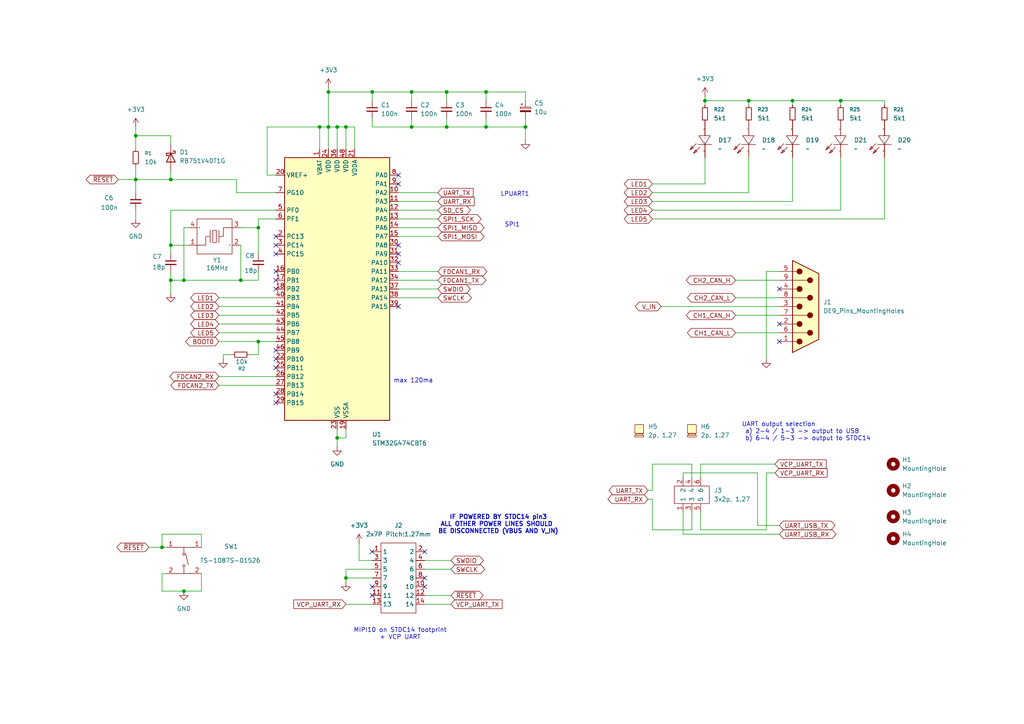
<source format=kicad_sch>
(kicad_sch (version 20250114) (generator "eeschema") (generator_version "9.0")
  (paper "A4")
  (title_block (title "Dual Channel CAN Logger") (rev "1.1"))
  (lib_symbols
    (symbol "Connector:DE9_Pins" (pin_names (offset 1.016) (hide yes))
      (property "Reference" "J" (at 0 13.97 0))
      (property "Value" "DE9_Pins" (at 0 -14.605 0))
      (symbol "DE9_Pins_0_1"
        (polyline (pts (xy -3.81 10.16) (xy -2.54 10.16)))
        (polyline (pts (xy -3.81 7.62) (xy 0.508 7.62)))
        (polyline (pts (xy -3.81 5.08) (xy -2.54 5.08)))
        (polyline (pts (xy -3.81 2.54) (xy 0.508 2.54)))
        (polyline (pts (xy -3.81 0) (xy -2.54 0)))
        (polyline (pts (xy -3.81 -2.54) (xy 0.508 -2.54)))
        (polyline (pts (xy -3.81 -5.08) (xy -2.54 -5.08)))
        (polyline (pts (xy -3.81 -7.62) (xy 0.508 -7.62)))
        (polyline (pts (xy -3.81 -10.16) (xy -2.54 -10.16)))
        (polyline (pts (xy -3.81 -13.335) (xy -3.81 13.335) (xy 3.81 9.525) (xy 3.81 -9.525) (xy -3.81 -13.335)) (stroke (width 0.254)) (fill (type background)))
        (circle (center -1.778 10.16) (radius 0.762) (fill (type outline)))
        (circle (center -1.778 5.08) (radius 0.762) (fill (type outline)))
        (circle (center -1.778 0) (radius 0.762) (fill (type outline)))
        (circle (center -1.778 -5.08) (radius 0.762) (fill (type outline)))
        (circle (center -1.778 -10.16) (radius 0.762) (fill (type outline)))
        (circle (center 1.27 7.62) (radius 0.762) (fill (type outline)))
        (circle (center 1.27 2.54) (radius 0.762) (fill (type outline)))
        (circle (center 1.27 -2.54) (radius 0.762) (fill (type outline)))
        (circle (center 1.27 -7.62) (radius 0.762) (fill (type outline)))
      )
      (symbol "DE9_Pins_1_1"
        (pin passive line (at -7.62 10.16 0) (length 3.81) (name "5") (number "5"))
        (pin passive line (at -7.62 7.62 0) (length 3.81) (name "9") (number "9"))
        (pin passive line (at -7.62 5.08 0) (length 3.81) (name "4") (number "4"))
        (pin passive line (at -7.62 2.54 0) (length 3.81) (name "8") (number "8"))
        (pin passive line (at -7.62 0 0) (length 3.81) (name "3") (number "3"))
        (pin passive line (at -7.62 -2.54 0) (length 3.81) (name "7") (number "7"))
        (pin passive line (at -7.62 -5.08 0) (length 3.81) (name "2") (number "2"))
        (pin passive line (at -7.62 -7.62 0) (length 3.81) (name "6") (number "6"))
        (pin passive line (at -7.62 -10.16 0) (length 3.81) (name "1") (number "1"))
      )
    )
    (symbol "Device:C_Polarized_Small" (pin_numbers (hide yes)) (pin_names (offset 0.254) (hide yes))
      (property "Reference" "C" (at 0.254 1.778 0))
      (property "Value" "C_Polarized_Small" (at 0.254 -2.032 0))
      (symbol "C_Polarized_Small_0_1"
        (rectangle (start -1.524 0.6858) (end 1.524 0.3048))
        (rectangle (start -1.524 -0.3048) (end 1.524 -0.6858) (fill (type outline)))
        (polyline (pts (xy -1.27 1.524) (xy -0.762 1.524)))
        (polyline (pts (xy -1.016 1.27) (xy -1.016 1.778)))
      )
      (symbol "C_Polarized_Small_1_1"
        (pin passive line (at 0 2.54 270) (length 1.8542) (name "~") (number "1"))
        (pin passive line (at 0 -2.54 90) (length 1.8542) (name "~") (number "2"))
      )
    )
    (symbol "Device:C_Small" (pin_numbers (hide yes)) (pin_names (offset 0.254) (hide yes))
      (property "Reference" "C" (at 0.254 1.778 0))
      (property "Value" "C_Small" (at 0.254 -2.032 0))
      (symbol "C_Small_0_1"
        (polyline (pts (xy -1.524 0.508) (xy 1.524 0.508)) (stroke (width 0.3048)))
        (polyline (pts (xy -1.524 -0.508) (xy 1.524 -0.508)) (stroke (width 0.3302)))
      )
      (symbol "C_Small_1_1"
        (pin passive line (at 0 2.54 270) (length 2.032) (name "~") (number "1"))
        (pin passive line (at 0 -2.54 90) (length 2.032) (name "~") (number "2"))
      )
    )
    (symbol "Device:D_Schottky" (pin_numbers (hide yes)) (pin_names (offset 1.016) (hide yes))
      (property "Reference" "D" (at 0 2.54 0))
      (property "Value" "D_Schottky" (at 0 -2.54 0))
      (symbol "D_Schottky_0_1"
        (polyline (pts (xy -1.905 0.635) (xy -1.905 1.27) (xy -1.27 1.27) (xy -1.27 -1.27) (xy -0.635 -1.27) (xy -0.635 -0.635)) (stroke (width 0.254)))
        (polyline (pts (xy 1.27 1.27) (xy 1.27 -1.27) (xy -1.27 0) (xy 1.27 1.27)) (stroke (width 0.254)))
        (polyline (pts (xy 1.27 0) (xy -1.27 0)))
      )
      (symbol "D_Schottky_1_1"
        (pin passive line (at -3.81 0 0) (length 2.54) (name "K") (number "1"))
        (pin passive line (at 3.81 0 180) (length 2.54) (name "A") (number "2"))
      )
    )
    (symbol "Device:R_Small" (pin_numbers (hide yes)) (pin_names (offset 0.254) (hide yes))
      (property "Reference" "R" (at 0 0 90))
      (property "Value" "R_Small" (at 1.778 0 90))
      (symbol "R_Small_0_1"
        (rectangle (start -0.762 1.778) (end 0.762 -1.778) (stroke (width 0.2032)))
      )
      (symbol "R_Small_1_1"
        (pin passive line (at 0 2.54 270) (length 0.762) (name "~") (number "1"))
        (pin passive line (at 0 -2.54 90) (length 0.762) (name "~") (number "2"))
      )
    )
    (symbol "EasyEDA_Lib:CF4016M00009001"
      (property "Reference" "CRYSTAL" (at 0 0 0))
      (symbol "CF4016M00009001_1_0"
        (rectangle (start -5.08 5.08) (end 5.08 -5.08))
        (polyline (pts (xy -5.08 -2.54) (xy -2.54 -2.54) (xy -2.54 -2.54) (xy -2.54 0) (xy -2.54 0) (xy -1.27 0)))
        (polyline (pts (xy -1.27 -1.778) (xy -1.27 1.778)))
        (rectangle (start -0.508 1.778) (end 0.508 -1.778))
        (polyline (pts (xy 1.27 -1.778) (xy 1.27 1.778)))
        (polyline (pts (xy 5.08 2.54) (xy 2.54 2.54) (xy 2.54 2.54) (xy 2.54 0) (xy 2.54 0) (xy 1.27 0)))
        (pin input line (at -7.62 2.54 0) (length 2.54) (name "GND") (number "4"))
        (pin input line (at -7.62 -2.54 0) (length 2.54) (name "1") (number "1"))
        (pin input line (at 7.62 2.54 180) (length 2.54) (name "3") (number "3"))
        (pin input line (at 7.62 -2.54 180) (length 2.54) (name "GND") (number "2"))
      )
    )
    (symbol "EasyEDA_Lib:DZ127S-22-06-55"
      (property "Reference" "U" (at 0 0 0))
      (symbol "DZ127S-22-06-55_1_0"
        (rectangle (start -2.54 5.08) (end 2.54 -5.08))
        (pin unspecified line (at -5.08 2.54 0) (length 2.54) (name "1") (number "1"))
        (pin unspecified line (at -5.08 0 0) (length 2.54) (name "3") (number "3"))
        (pin unspecified line (at -5.08 -2.54 0) (length 2.54) (name "5") (number "5"))
        (pin unspecified line (at 5.08 2.54 180) (length 2.54) (name "2") (number "2"))
        (pin unspecified line (at 5.08 0 180) (length 2.54) (name "4") (number "4"))
        (pin unspecified line (at 5.08 -2.54 180) (length 2.54) (name "6") (number "6"))
      )
    )
    (symbol "EasyEDA_Lib:HX PZ1.27-2X7P TP"
      (property "Reference" "H" (at 0 0 0))
      (symbol "HX PZ1.27-2X7P TP_1_0"
        (rectangle (start -5.08 10.16) (end 5.08 -10.16))
        (pin unspecified line (at -7.62 7.62 0) (length 2.54) (name "1") (number "1"))
        (pin unspecified line (at -7.62 5.08 0) (length 2.54) (name "3") (number "3"))
        (pin unspecified line (at -7.62 2.54 0) (length 2.54) (name "5") (number "5"))
        (pin unspecified line (at -7.62 0 0) (length 2.54) (name "7") (number "7"))
        (pin unspecified line (at -7.62 -2.54 0) (length 2.54) (name "9") (number "9"))
        (pin unspecified line (at -7.62 -5.08 0) (length 2.54) (name "11") (number "11"))
        (pin unspecified line (at -7.62 -7.62 0) (length 2.54) (name "13") (number "13"))
        (pin unspecified line (at 7.62 7.62 180) (length 2.54) (name "2") (number "2"))
        (pin unspecified line (at 7.62 5.08 180) (length 2.54) (name "4") (number "4"))
        (pin unspecified line (at 7.62 2.54 180) (length 2.54) (name "6") (number "6"))
        (pin unspecified line (at 7.62 0 180) (length 2.54) (name "8") (number "8"))
        (pin unspecified line (at 7.62 -2.54 180) (length 2.54) (name "10") (number "10"))
        (pin unspecified line (at 7.62 -5.08 180) (length 2.54) (name "12") (number "12"))
        (pin unspecified line (at 7.62 -7.62 180) (length 2.54) (name "14") (number "14"))
      )
    )
    (symbol "EasyEDA_Lib:KT-0603R"
      (property "Reference" "LED" (at 0 0 0))
      (symbol "KT-0603R_1_0"
        (polyline (pts (xy -3.81 3.302) (xy -2.794 2.794) (xy -2.794 2.794) (xy -3.302 2.286) (xy -3.302 2.286) (xy -3.81 3.302)))
        (polyline (pts (xy -2.794 4.318) (xy -1.778 3.81) (xy -1.778 3.81) (xy -2.286 3.302) (xy -2.286 3.302) (xy -2.794 4.318)))
        (polyline (pts (xy -2.032 1.524) (xy -3.81 3.302)))
        (polyline (pts (xy -1.27 2.032) (xy -1.27 -2.032)))
        (polyline (pts (xy -1.016 2.54) (xy -2.794 4.318)))
        (polyline (pts (xy 1.27 -1.524) (xy -1.27 0) (xy -1.27 0) (xy 1.27 1.778) (xy 1.27 1.778) (xy 1.27 -1.524)))
        (pin unspecified line (at -5.08 0 0) (length 3.81) (name "K") (number "1"))
        (pin unspecified line (at 5.08 0 180) (length 3.81) (name "A") (number "2"))
      )
    )
    (symbol "EasyEDA_Lib:TS-1087S-01526"
      (property "Reference" "SW" (at 0 0 0))
      (symbol "TS-1087S-01526_1_0"
        (polyline (pts (xy -2.54 2.54) (xy 2.54 2.54)))
        (polyline (pts (xy -2.54 -5.08) (xy 2.54 -5.08)))
        (polyline (pts (xy 0 0.762) (xy 0 2.54)))
        (circle (center 0 0.508) (radius 0.3048))
        (circle (center 0 -2.794) (radius 0.3048))
        (polyline (pts (xy 0 -3.302) (xy 0 -5.08)))
        (polyline (pts (xy 0.508 0.762) (xy 1.27 -2.54)))
        (pin input line (at -5.08 2.54 0) (length 2.54) (name "1") (number "1"))
        (pin input line (at -5.08 -5.08 0) (length 2.54) (name "2") (number "2"))
        (pin input line (at 5.08 2.54 180) (length 2.54) (name "1") (number "1"))
        (pin input line (at 5.08 -5.08 180) (length 2.54) (name "2") (number "2"))
      )
    )
    (symbol "MCU_ST_STM32G4:STM32G474CETx"
      (property "Reference" "U" (at -15.24 39.37 0))
      (property "Value" "STM32G474CETx" (at 7.62 39.37 0))
      (symbol "STM32G474CETx_0_1"
        (rectangle (start -15.24 -38.1) (end 15.24 38.1) (stroke (width 0.254)) (fill (type background)))
      )
      (symbol "STM32G474CETx_1_1"
        (pin input line (at -17.78 33.02 0) (length 2.54) (name "VREF+") (number "20"))
        (pin bidirectional line (at -17.78 27.94 0) (length 2.54) (name "PG10") (number "7"))
        (pin bidirectional line (at -17.78 22.86 0) (length 2.54) (name "PF0") (number "5"))
        (pin bidirectional line (at -17.78 20.32 0) (length 2.54) (name "PF1") (number "6"))
        (pin bidirectional line (at -17.78 15.24 0) (length 2.54) (name "PC13") (number "2"))
        (pin bidirectional line (at -17.78 12.7 0) (length 2.54) (name "PC14") (number "3"))
        (pin bidirectional line (at -17.78 10.16 0) (length 2.54) (name "PC15") (number "4"))
        (pin bidirectional line (at -17.78 5.08 0) (length 2.54) (name "PB0") (number "16"))
        (pin bidirectional line (at -17.78 2.54 0) (length 2.54) (name "PB1") (number "17"))
        (pin bidirectional line (at -17.78 0 0) (length 2.54) (name "PB2") (number "18"))
        (pin bidirectional line (at -17.78 -2.54 0) (length 2.54) (name "PB3") (number "40"))
        (pin bidirectional line (at -17.78 -5.08 0) (length 2.54) (name "PB4") (number "41"))
        (pin bidirectional line (at -17.78 -7.62 0) (length 2.54) (name "PB5") (number "42"))
        (pin bidirectional line (at -17.78 -10.16 0) (length 2.54) (name "PB6") (number "43"))
        (pin bidirectional line (at -17.78 -12.7 0) (length 2.54) (name "PB7") (number "44"))
        (pin bidirectional line (at -17.78 -15.24 0) (length 2.54) (name "PB8") (number "45"))
        (pin bidirectional line (at -17.78 -17.78 0) (length 2.54) (name "PB9") (number "46"))
        (pin bidirectional line (at -17.78 -20.32 0) (length 2.54) (name "PB10") (number "22"))
        (pin bidirectional line (at -17.78 -22.86 0) (length 2.54) (name "PB11") (number "25"))
        (pin bidirectional line (at -17.78 -25.4 0) (length 2.54) (name "PB12") (number "26"))
        (pin bidirectional line (at -17.78 -27.94 0) (length 2.54) (name "PB13") (number "27"))
        (pin bidirectional line (at -17.78 -30.48 0) (length 2.54) (name "PB14") (number "28"))
        (pin bidirectional line (at -17.78 -33.02 0) (length 2.54) (name "PB15") (number "29"))
        (pin power_in line (at -5.08 40.64 270) (length 2.54) (name "VBAT") (number "1"))
        (pin power_in line (at -2.54 40.64 270) (length 2.54) (name "VDD") (number "24"))
        (pin power_in line (at 0 40.64 270) (length 2.54) (name "VDD") (number "36"))
        (pin power_in line (at 0 -40.64 90) (length 2.54) (name "VSS") (number "23"))
        (pin passive line (at 0 -40.64 90) (length 2.54) (hide yes) (name "VSS") (number "35"))
        (pin passive line (at 0 -40.64 90) (length 2.54) (hide yes) (name "VSS") (number "47"))
        (pin power_in line (at 2.54 40.64 270) (length 2.54) (name "VDD") (number "48"))
        (pin power_in line (at 2.54 -40.64 90) (length 2.54) (name "VSSA") (number "19"))
        (pin power_in line (at 5.08 40.64 270) (length 2.54) (name "VDDA") (number "21"))
        (pin bidirectional line (at 17.78 33.02 180) (length 2.54) (name "PA0") (number "8"))
        (pin bidirectional line (at 17.78 30.48 180) (length 2.54) (name "PA1") (number "9"))
        (pin bidirectional line (at 17.78 27.94 180) (length 2.54) (name "PA2") (number "10"))
        (pin bidirectional line (at 17.78 25.4 180) (length 2.54) (name "PA3") (number "11"))
        (pin bidirectional line (at 17.78 22.86 180) (length 2.54) (name "PA4") (number "12"))
        (pin bidirectional line (at 17.78 20.32 180) (length 2.54) (name "PA5") (number "13"))
        (pin bidirectional line (at 17.78 17.78 180) (length 2.54) (name "PA6") (number "14"))
        (pin bidirectional line (at 17.78 15.24 180) (length 2.54) (name "PA7") (number "15"))
        (pin bidirectional line (at 17.78 12.7 180) (length 2.54) (name "PA8") (number "30"))
        (pin bidirectional line (at 17.78 10.16 180) (length 2.54) (name "PA9") (number "31"))
        (pin bidirectional line (at 17.78 7.62 180) (length 2.54) (name "PA10") (number "32"))
        (pin bidirectional line (at 17.78 5.08 180) (length 2.54) (name "PA11") (number "33"))
        (pin bidirectional line (at 17.78 2.54 180) (length 2.54) (name "PA12") (number "34"))
        (pin bidirectional line (at 17.78 0 180) (length 2.54) (name "PA13") (number "37"))
        (pin bidirectional line (at 17.78 -2.54 180) (length 2.54) (name "PA14") (number "38"))
        (pin bidirectional line (at 17.78 -5.08 180) (length 2.54) (name "PA15") (number "39"))
      )
    )
    (symbol "Mechanical:MountingHole" (pin_names (offset 1.016)) (in_bom no)
      (property "Reference" "H" (at 0 5.08 0))
      (property "Value" "MountingHole" (at 0 3.175 0))
      (symbol "MountingHole_0_1"
        (circle (center 0 0) (radius 1.27) (stroke (width 1.27)))
      )
    )
    (symbol "canlogger_custom_lib:Jumper_Shunt" (on_board no)
      (property "Reference" "H" (at -1.778 2.286 0))
      (property "Value" "Jumper_Shunt" (at 0 -3.302 0))
      (symbol "Jumper_Shunt_1_1"
        (rectangle (start -1.27 1.27) (end 1.27 -1.27) (fill (type background)))
        (rectangle (start -1.27 -1.778) (end 1.27 -2.286) (fill (type background)))
        (rectangle (start -1.016 -1.27) (end 1.016 -1.778) (fill (type background)))
      )
    )
    (symbol "power:+3V3" (power) (pin_numbers (hide yes)) (pin_names (offset 0) (hide yes))
      (property "Value" "+3V3" (at 0 3.556 0))
      (symbol "+3V3_0_1"
        (polyline (pts (xy -0.762 1.27) (xy 0 2.54)))
        (polyline (pts (xy 0 2.54) (xy 0.762 1.27)))
        (polyline (pts (xy 0 0) (xy 0 2.54)))
      )
      (symbol "+3V3_1_1"
        (pin power_in line (at 0 0 90) (length 0) (name "~") (number "1"))
      )
    )
    (symbol "power:GND" (power) (pin_numbers (hide yes)) (pin_names (offset 0) (hide yes))
      (property "Value" "GND" (at 0 -3.81 0))
      (symbol "GND_0_1"
        (polyline (pts (xy 0 0) (xy 0 -1.27) (xy 1.27 -1.27) (xy 0 -2.54) (xy -1.27 -1.27) (xy 0 -1.27)))
      )
      (symbol "GND_1_1"
        (pin power_in line (at 0 0 270) (length 0) (name "~") (number "1"))
      )
    )
  )
  (text "MIPI10 on STDC14 footprint\n+ VCP UART" (at 116.078 183.896 0) (effects (font (size 1.27 1.27))))
  (text "UART output selection\n a) 2-4 / 1-3 -> output to USB\n b) 6-4 / 5-3 -> output to STDC14" (at 215.138 125.222 0) (effects (font (size 1.27 1.27)) (justify left)))
  (text "LPUART1" (at 149.352 56.388 0) (effects (font (size 1.27 1.27))))
  (text "max 120ma" (at 119.888 110.49 0) (effects (font (size 1.27 1.27))))
  (text "SPI1" (at 148.59 65.278 0) (effects (font (size 1.27 1.27))))
  (text "IF POWERED BY STDC14 pin3\nALL OTHER POWER LINES SHOULD \nBE DISCONNECTED (VBUS AND V_IN)" (at 144.526 152.146 0) (effects (font (size 1.27 1.27) (thickness 0.254) (bold yes))))
  (junction (at 39.37 39.37))
  (junction (at 46.99 158.75))
  (junction (at 53.34 171.45))
  (junction (at 243.84 29.21))
  (junction (at 74.93 99.06))
  (junction (at 95.25 26.67))
  (junction (at 229.87 29.21))
  (junction (at 100.33 167.64))
  (junction (at 100.33 36.83))
  (junction (at 69.85 81.28))
  (junction (at 97.79 36.83))
  (junction (at 74.93 66.04))
  (junction (at 204.47 29.21))
  (junction (at 53.34 81.28))
  (junction (at 140.97 36.83))
  (junction (at 129.54 26.67))
  (junction (at 49.53 71.12))
  (junction (at 107.95 26.67))
  (junction (at 119.38 36.83))
  (junction (at 217.17 29.21))
  (junction (at 39.37 52.07))
  (junction (at 152.4 36.83))
  (junction (at 140.97 26.67))
  (junction (at 95.25 36.83))
  (junction (at 119.38 26.67))
  (junction (at 129.54 36.83))
  (junction (at 92.71 36.83))
  (junction (at 97.79 127))
  (junction (at 49.53 81.28))
  (junction (at 49.53 52.07))
  (no_connect (at 226.06 99.06))
  (no_connect (at 226.06 93.98))
  (no_connect (at 80.01 68.58))
  (no_connect (at 123.19 160.02))
  (no_connect (at 80.01 101.6))
  (no_connect (at 115.57 88.9))
  (no_connect (at 80.01 78.74))
  (no_connect (at 80.01 106.68))
  (no_connect (at 107.95 160.02))
  (no_connect (at 226.06 83.82))
  (no_connect (at 80.01 104.14))
  (no_connect (at 107.95 172.72))
  (no_connect (at 123.19 170.18))
  (no_connect (at 80.01 114.3))
  (no_connect (at 115.57 76.2))
  (no_connect (at 115.57 73.66))
  (no_connect (at 80.01 73.66))
  (no_connect (at 80.01 116.84))
  (no_connect (at 107.95 170.18))
  (no_connect (at 115.57 50.8))
  (no_connect (at 115.57 71.12))
  (no_connect (at 80.01 83.82))
  (no_connect (at 80.01 81.28))
  (no_connect (at 123.19 167.64))
  (no_connect (at 80.01 71.12))
  (no_connect (at 115.57 53.34))
  (wire (pts (xy 217.17 55.88) (xy 189.23 55.88)))
  (wire (pts (xy 53.34 66.04) (xy 53.34 81.28)))
  (wire (pts (xy 243.84 29.21) (xy 229.87 29.21)))
  (wire (pts (xy 187.96 142.24) (xy 189.23 142.24)))
  (wire (pts (xy 229.87 58.42) (xy 189.23 58.42)))
  (wire (pts (xy 97.79 124.46) (xy 97.79 127)))
  (wire (pts (xy 68.58 55.88) (xy 80.01 55.88)))
  (wire (pts (xy 213.36 91.44) (xy 226.06 91.44)))
  (wire (pts (xy 198.12 154.94) (xy 226.06 154.94)))
  (wire (pts (xy 100.33 124.46) (xy 100.33 127)))
  (wire (pts (xy 203.2 134.62) (xy 203.2 138.43)))
  (wire (pts (xy 213.36 81.28) (xy 226.06 81.28)))
  (wire (pts (xy 115.57 58.42) (xy 127 58.42)))
  (wire (pts (xy 49.53 60.96) (xy 49.53 71.12)))
  (wire (pts (xy 217.17 29.21) (xy 204.47 29.21)))
  (wire (pts (xy 49.53 71.12) (xy 54.61 71.12)))
  (wire (pts (xy 74.93 99.06) (xy 80.01 99.06)))
  (wire (pts (xy 256.54 30.48) (xy 256.54 29.21)))
  (wire (pts (xy 129.54 34.29) (xy 129.54 36.83)))
  (wire (pts (xy 46.99 166.37) (xy 48.26 166.37)))
  (wire (pts (xy 256.54 45.72) (xy 256.54 63.5)))
  (wire (pts (xy 189.23 134.62) (xy 200.66 134.62)))
  (wire (pts (xy 49.53 41.91) (xy 49.53 39.37)))
  (wire (pts (xy 77.47 50.8) (xy 77.47 36.83)))
  (wire (pts (xy 224.79 134.62) (xy 203.2 134.62)))
  (wire (pts (xy 69.85 66.04) (xy 74.93 66.04)))
  (wire (pts (xy 49.53 49.53) (xy 49.53 52.07)))
  (wire (pts (xy 191.77 88.9) (xy 226.06 88.9)))
  (wire (pts (xy 39.37 39.37) (xy 49.53 39.37)))
  (wire (pts (xy 198.12 137.16) (xy 219.71 137.16)))
  (wire (pts (xy 69.85 81.28) (xy 74.93 81.28)))
  (wire (pts (xy 256.54 29.21) (xy 243.84 29.21)))
  (wire (pts (xy 49.53 81.28) (xy 49.53 85.09)))
  (wire (pts (xy 102.87 36.83) (xy 102.87 43.18)))
  (wire (pts (xy 100.33 165.1) (xy 100.33 167.64)))
  (wire (pts (xy 63.5 111.76) (xy 80.01 111.76)))
  (wire (pts (xy 95.25 26.67) (xy 95.25 36.83)))
  (wire (pts (xy 115.57 83.82) (xy 127 83.82)))
  (wire (pts (xy 152.4 26.67) (xy 140.97 26.67)))
  (wire (pts (xy 53.34 81.28) (xy 69.85 81.28)))
  (wire (pts (xy 129.54 26.67) (xy 129.54 29.21)))
  (wire (pts (xy 74.93 102.87) (xy 72.39 102.87)))
  (wire (pts (xy 200.66 134.62) (xy 200.66 138.43)))
  (wire (pts (xy 107.95 36.83) (xy 119.38 36.83)))
  (wire (pts (xy 213.36 96.52) (xy 226.06 96.52)))
  (wire (pts (xy 97.79 127) (xy 97.79 129.54)))
  (wire (pts (xy 67.31 102.87) (xy 64.77 102.87)))
  (wire (pts (xy 100.33 127) (xy 97.79 127)))
  (wire (pts (xy 49.53 71.12) (xy 49.53 73.66)))
  (wire (pts (xy 229.87 45.72) (xy 229.87 58.42)))
  (wire (pts (xy 39.37 60.96) (xy 39.37 63.5)))
  (wire (pts (xy 95.25 25.4) (xy 95.25 26.67)))
  (wire (pts (xy 115.57 86.36) (xy 127 86.36)))
  (wire (pts (xy 80.01 60.96) (xy 49.53 60.96)))
  (wire (pts (xy 243.84 45.72) (xy 243.84 60.96)))
  (wire (pts (xy 222.25 137.16) (xy 224.79 137.16)))
  (wire (pts (xy 100.33 36.83) (xy 102.87 36.83)))
  (wire (pts (xy 123.19 172.72) (xy 130.81 172.72)))
  (wire (pts (xy 39.37 48.26) (xy 39.37 52.07)))
  (wire (pts (xy 187.96 144.78) (xy 189.23 144.78)))
  (wire (pts (xy 69.85 71.12) (xy 69.85 81.28)))
  (wire (pts (xy 219.71 152.4) (xy 226.06 152.4)))
  (wire (pts (xy 80.01 50.8) (xy 77.47 50.8)))
  (wire (pts (xy 43.18 158.75) (xy 46.99 158.75)))
  (wire (pts (xy 204.47 53.34) (xy 189.23 53.34)))
  (wire (pts (xy 97.79 36.83) (xy 97.79 43.18)))
  (wire (pts (xy 226.06 78.74) (xy 222.25 78.74)))
  (wire (pts (xy 219.71 137.16) (xy 219.71 152.4)))
  (wire (pts (xy 77.47 36.83) (xy 92.71 36.83)))
  (wire (pts (xy 39.37 39.37) (xy 39.37 43.18)))
  (wire (pts (xy 49.53 81.28) (xy 49.53 78.74)))
  (wire (pts (xy 222.25 153.67) (xy 222.25 137.16)))
  (wire (pts (xy 58.42 158.75) (xy 58.42 154.94)))
  (wire (pts (xy 198.12 138.43) (xy 198.12 137.16)))
  (wire (pts (xy 49.53 81.28) (xy 53.34 81.28)))
  (wire (pts (xy 189.23 142.24) (xy 189.23 134.62)))
  (wire (pts (xy 129.54 26.67) (xy 119.38 26.67)))
  (wire (pts (xy 63.5 99.06) (xy 74.93 99.06)))
  (wire (pts (xy 217.17 45.72) (xy 217.17 55.88)))
  (wire (pts (xy 97.79 36.83) (xy 100.33 36.83)))
  (wire (pts (xy 68.58 52.07) (xy 68.58 55.88)))
  (wire (pts (xy 58.42 154.94) (xy 46.99 154.94)))
  (wire (pts (xy 204.47 27.94) (xy 204.47 29.21)))
  (wire (pts (xy 229.87 29.21) (xy 217.17 29.21)))
  (wire (pts (xy 34.29 52.07) (xy 39.37 52.07)))
  (wire (pts (xy 63.5 93.98) (xy 80.01 93.98)))
  (wire (pts (xy 115.57 68.58) (xy 127 68.58)))
  (wire (pts (xy 204.47 29.21) (xy 204.47 30.48)))
  (wire (pts (xy 140.97 26.67) (xy 129.54 26.67)))
  (wire (pts (xy 140.97 36.83) (xy 152.4 36.83)))
  (wire (pts (xy 140.97 34.29) (xy 140.97 36.83)))
  (wire (pts (xy 100.33 175.26) (xy 107.95 175.26)))
  (wire (pts (xy 152.4 36.83) (xy 152.4 40.64)))
  (wire (pts (xy 203.2 153.67) (xy 222.25 153.67)))
  (wire (pts (xy 222.25 78.74) (xy 222.25 104.14)))
  (wire (pts (xy 189.23 144.78) (xy 189.23 153.67)))
  (wire (pts (xy 119.38 34.29) (xy 119.38 36.83)))
  (wire (pts (xy 107.95 26.67) (xy 95.25 26.67)))
  (wire (pts (xy 100.33 167.64) (xy 100.33 168.91)))
  (wire (pts (xy 189.23 153.67) (xy 200.66 153.67)))
  (wire (pts (xy 152.4 34.29) (xy 152.4 36.83)))
  (wire (pts (xy 123.19 175.26) (xy 130.81 175.26)))
  (wire (pts (xy 63.5 109.22) (xy 80.01 109.22)))
  (wire (pts (xy 204.47 45.72) (xy 204.47 53.34)))
  (wire (pts (xy 49.53 52.07) (xy 68.58 52.07)))
  (wire (pts (xy 46.99 154.94) (xy 46.99 158.75)))
  (wire (pts (xy 95.25 36.83) (xy 97.79 36.83)))
  (wire (pts (xy 64.77 102.87) (xy 64.77 104.14)))
  (wire (pts (xy 104.14 157.48) (xy 104.14 162.56)))
  (wire (pts (xy 95.25 36.83) (xy 92.71 36.83)))
  (wire (pts (xy 100.33 167.64) (xy 107.95 167.64)))
  (wire (pts (xy 123.19 165.1) (xy 130.81 165.1)))
  (wire (pts (xy 63.5 86.36) (xy 80.01 86.36)))
  (wire (pts (xy 119.38 36.83) (xy 129.54 36.83)))
  (wire (pts (xy 198.12 148.59) (xy 198.12 154.94)))
  (wire (pts (xy 54.61 66.04) (xy 53.34 66.04)))
  (wire (pts (xy 46.99 158.75) (xy 48.26 158.75)))
  (wire (pts (xy 119.38 26.67) (xy 107.95 26.67)))
  (wire (pts (xy 256.54 63.5) (xy 189.23 63.5)))
  (wire (pts (xy 129.54 36.83) (xy 140.97 36.83)))
  (wire (pts (xy 63.5 88.9) (xy 80.01 88.9)))
  (wire (pts (xy 119.38 26.67) (xy 119.38 29.21)))
  (wire (pts (xy 39.37 36.83) (xy 39.37 39.37)))
  (wire (pts (xy 92.71 36.83) (xy 92.71 43.18)))
  (wire (pts (xy 107.95 34.29) (xy 107.95 36.83)))
  (wire (pts (xy 115.57 55.88) (xy 127 55.88)))
  (wire (pts (xy 152.4 29.21) (xy 152.4 26.67)))
  (wire (pts (xy 46.99 171.45) (xy 46.99 166.37)))
  (wire (pts (xy 74.93 66.04) (xy 74.93 73.66)))
  (wire (pts (xy 200.66 153.67) (xy 200.66 148.59)))
  (wire (pts (xy 63.5 91.44) (xy 80.01 91.44)))
  (wire (pts (xy 95.25 36.83) (xy 95.25 43.18)))
  (wire (pts (xy 58.42 171.45) (xy 53.34 171.45)))
  (wire (pts (xy 243.84 29.21) (xy 243.84 30.48)))
  (wire (pts (xy 63.5 96.52) (xy 80.01 96.52)))
  (wire (pts (xy 115.57 78.74) (xy 127 78.74)))
  (wire (pts (xy 107.95 162.56) (xy 104.14 162.56)))
  (wire (pts (xy 74.93 63.5) (xy 74.93 66.04)))
  (wire (pts (xy 74.93 78.74) (xy 74.93 81.28)))
  (wire (pts (xy 107.95 165.1) (xy 100.33 165.1)))
  (wire (pts (xy 115.57 60.96) (xy 127 60.96)))
  (wire (pts (xy 115.57 81.28) (xy 127 81.28)))
  (wire (pts (xy 229.87 29.21) (xy 229.87 30.48)))
  (wire (pts (xy 80.01 63.5) (xy 74.93 63.5)))
  (wire (pts (xy 203.2 148.59) (xy 203.2 153.67)))
  (wire (pts (xy 74.93 99.06) (xy 74.93 102.87)))
  (wire (pts (xy 39.37 52.07) (xy 49.53 52.07)))
  (wire (pts (xy 243.84 60.96) (xy 189.23 60.96)))
  (wire (pts (xy 58.42 166.37) (xy 58.42 171.45)))
  (wire (pts (xy 53.34 171.45) (xy 46.99 171.45)))
  (wire (pts (xy 213.36 86.36) (xy 226.06 86.36)))
  (wire (pts (xy 39.37 52.07) (xy 39.37 55.88)))
  (wire (pts (xy 115.57 63.5) (xy 127 63.5)))
  (wire (pts (xy 123.19 162.56) (xy 130.81 162.56)))
  (wire (pts (xy 217.17 29.21) (xy 217.17 30.48)))
  (wire (pts (xy 100.33 36.83) (xy 100.33 43.18)))
  (wire (pts (xy 115.57 66.04) (xy 127 66.04)))
  (wire (pts (xy 140.97 26.67) (xy 140.97 29.21)))
  (wire (pts (xy 107.95 26.67) (xy 107.95 29.21)))
  (global_label "UART_TX" (shape input) (at 127 55.88 0) (property "Intersheetrefs" "${INTERSHEET_REFS}" (effects (hide yes))))
  (global_label "CH2_CAN_H" (shape bidirectional) (at 213.36 81.28 180) (property "Intersheetrefs" "${INTERSHEET_REFS}" (effects (hide yes))))
  (global_label "CH1_CAN_H" (shape bidirectional) (at 213.36 91.44 180) (property "Intersheetrefs" "${INTERSHEET_REFS}" (effects (hide yes))))
  (global_label "FDCAN2_RX" (shape bidirectional) (at 63.5 109.22 180) (property "Intersheetrefs" "${INTERSHEET_REFS}" (effects (hide yes))))
  (global_label "LED1" (shape bidirectional) (at 63.5 86.36 180) (property "Intersheetrefs" "${INTERSHEET_REFS}" (effects (hide yes))))
  (global_label "~{RESET}" (shape bidirectional) (at 43.18 158.75 180) (property "Intersheetrefs" "${INTERSHEET_REFS}" (effects (hide yes))))
  (global_label "~{RESET}" (shape bidirectional) (at 34.29 52.07 180) (property "Intersheetrefs" "${INTERSHEET_REFS}" (effects (hide yes))))
  (global_label "SWDIO" (shape bidirectional) (at 130.81 162.56 0) (property "Intersheetrefs" "${INTERSHEET_REFS}" (effects (hide yes))))
  (global_label "V_IN" (shape bidirectional) (at 191.77 88.9 180) (property "Intersheetrefs" "${INTERSHEET_REFS}" (effects (hide yes))))
  (global_label "~{RESET}" (shape bidirectional) (at 130.81 172.72 0) (property "Intersheetrefs" "${INTERSHEET_REFS}" (effects (hide yes))))
  (global_label "UART_USB_TX" (shape bidirectional) (at 226.06 152.4 0) (property "Intersheetrefs" "${INTERSHEET_REFS}" (effects (hide yes))))
  (global_label "UART_TX" (shape bidirectional) (at 187.96 142.24 180) (property "Intersheetrefs" "${INTERSHEET_REFS}" (effects (hide yes))))
  (global_label "FDCAN2_TX" (shape bidirectional) (at 63.5 111.76 180) (property "Intersheetrefs" "${INTERSHEET_REFS}" (effects (hide yes))))
  (global_label "SPI1_MISO" (shape bidirectional) (at 127 66.04 0) (property "Intersheetrefs" "${INTERSHEET_REFS}" (effects (hide yes))))
  (global_label "UART_RX" (shape bidirectional) (at 187.96 144.78 180) (property "Intersheetrefs" "${INTERSHEET_REFS}" (effects (hide yes))))
  (global_label "SWCLK" (shape bidirectional) (at 127 86.36 0) (property "Intersheetrefs" "${INTERSHEET_REFS}" (effects (hide yes))))
  (global_label "VCP_UART_TX" (shape input) (at 130.81 175.26 0) (property "Intersheetrefs" "${INTERSHEET_REFS}" (effects (hide yes))))
  (global_label "VCP_UART_RX" (shape input) (at 224.79 137.16 0) (property "Intersheetrefs" "${INTERSHEET_REFS}" (effects (hide yes))))
  (global_label "LED5" (shape bidirectional) (at 189.23 63.5 180) (property "Intersheetrefs" "${INTERSHEET_REFS}" (effects (hide yes))))
  (global_label "FDCAN1_RX" (shape bidirectional) (at 127 78.74 0) (property "Intersheetrefs" "${INTERSHEET_REFS}" (effects (hide yes))))
  (global_label "FDCAN1_TX" (shape bidirectional) (at 127 81.28 0) (property "Intersheetrefs" "${INTERSHEET_REFS}" (effects (hide yes))))
  (global_label "LED3" (shape bidirectional) (at 189.23 58.42 180) (property "Intersheetrefs" "${INTERSHEET_REFS}" (effects (hide yes))))
  (global_label "CH2_CAN_L" (shape bidirectional) (at 213.36 86.36 180) (property "Intersheetrefs" "${INTERSHEET_REFS}" (effects (hide yes))))
  (global_label "SWDIO" (shape bidirectional) (at 127 83.82 0) (property "Intersheetrefs" "${INTERSHEET_REFS}" (effects (hide yes))))
  (global_label "BOOT0" (shape bidirectional) (at 63.5 99.06 180) (property "Intersheetrefs" "${INTERSHEET_REFS}" (effects (hide yes))))
  (global_label "VCP_UART_TX" (shape input) (at 224.79 134.62 0) (property "Intersheetrefs" "${INTERSHEET_REFS}" (effects (hide yes))))
  (global_label "SPI1_MOSI" (shape bidirectional) (at 127 68.58 0) (property "Intersheetrefs" "${INTERSHEET_REFS}" (effects (hide yes))))
  (global_label "LED2" (shape bidirectional) (at 189.23 55.88 180) (property "Intersheetrefs" "${INTERSHEET_REFS}" (effects (hide yes))))
  (global_label "UART_RX" (shape input) (at 127 58.42 0) (property "Intersheetrefs" "${INTERSHEET_REFS}" (effects (hide yes))))
  (global_label "SPI1_SCK" (shape bidirectional) (at 127 63.5 0) (property "Intersheetrefs" "${INTERSHEET_REFS}" (effects (hide yes))))
  (global_label "UART_USB_RX" (shape bidirectional) (at 226.06 154.94 0) (property "Intersheetrefs" "${INTERSHEET_REFS}" (effects (hide yes))))
  (global_label "SD_CS" (shape bidirectional) (at 127 60.96 0) (property "Intersheetrefs" "${INTERSHEET_REFS}" (effects (hide yes))))
  (global_label "VCP_UART_RX" (shape input) (at 100.33 175.26 180) (property "Intersheetrefs" "${INTERSHEET_REFS}" (effects (hide yes))))
  (global_label "LED4" (shape bidirectional) (at 189.23 60.96 180) (property "Intersheetrefs" "${INTERSHEET_REFS}" (effects (hide yes))))
  (global_label "LED3" (shape bidirectional) (at 63.5 91.44 180) (property "Intersheetrefs" "${INTERSHEET_REFS}" (effects (hide yes))))
  (global_label "LED2" (shape bidirectional) (at 63.5 88.9 180) (property "Intersheetrefs" "${INTERSHEET_REFS}" (effects (hide yes))))
  (global_label "LED4" (shape bidirectional) (at 63.5 93.98 180) (property "Intersheetrefs" "${INTERSHEET_REFS}" (effects (hide yes))))
  (global_label "LED5" (shape bidirectional) (at 63.5 96.52 180) (property "Intersheetrefs" "${INTERSHEET_REFS}" (effects (hide yes))))
  (global_label "CH1_CAN_L" (shape bidirectional) (at 213.36 96.52 180) (property "Intersheetrefs" "${INTERSHEET_REFS}" (effects (hide yes))))
  (global_label "LED1" (shape bidirectional) (at 189.23 53.34 180) (property "Intersheetrefs" "${INTERSHEET_REFS}" (effects (hide yes))))
  (global_label "SWCLK" (shape bidirectional) (at 130.81 165.1 0) (property "Intersheetrefs" "${INTERSHEET_REFS}" (effects (hide yes))))
  (symbol (lib_id "power:GND") (at 97.79 129.54 0) (unit 1)
    (property "Reference" "#PWR08" (effects (hide yes)))
    (property "Value" "GND" (at 97.79 134.62 0))
    (property "Description" "Power symbol creates a global label with name \"GND\" , ground" (effects (hide yes)))
  )
  (symbol (lib_id "Device:R_Small") (at 69.85 102.87 90) (unit 1)
    (property "Reference" "R2" (at 70.104 106.934 90) (effects (font (size 1.016 1.016))))
    (property "Value" "10k" (at 70.104 104.902 90))
    (property "Footprint" "EasyEDA_Lib:R0603" (effects (hide yes)))
    (property "Datasheet" "https://www.lcsc.com/datasheet/C25804.pdf" (effects (hide yes)))
    (property "Description" "100mW 10kΩ 75V ±100ppm/℃ Thick Film Resistor ±1% 0603 Chip Resistor - Surface Mount RoHS" (effects (hide yes)))
    (property "Supplier" "LCSC" (effects (hide yes)))
    (property "Supplier Part" "C25804" (effects (hide yes)))
  )
  (symbol (lib_id "power:GND") (at 39.37 63.5 0) (unit 1)
    (property "Reference" "#PWR04" (effects (hide yes)))
    (property "Value" "GND" (at 39.37 68.58 0))
    (property "Description" "Power symbol creates a global label with name \"GND\" , ground" (effects (hide yes)))
  )
  (symbol (lib_id "EasyEDA_Lib:KT-0603R") (at 217.17 40.64 90) (unit 1)
    (property "Reference" "D18" (at 220.98 40.6399 90) (effects (justify right)))
    (property "Value" "~" (at 220.98 43.1799 90) (effects (justify right)))
    (property "Footprint" "EasyEDA_Lib:LED0603-RD" (effects (hide yes)))
    (property "Datasheet" "https://atta.szlcsc.com/upload/public/pdf/source/20160616/1466072038404.pdf" (effects (hide yes)))
    (property "Description" "Emitted Color:Red Power Dissipation:- Forward Current:- Dominant Wavelength:- Dominant Wavelength:- Peak Wavelength:- Diode Configuration:- Lens Color:- Color Temperature:- Color Temperature:- Viewing Angle:- Mounting Sytle:- Operating Temperature:-40°C~+8" (effects (hide yes)))
    (property "Manufacturer Part" "KT-0603R" (effects (hide yes)))
    (property "Manufacturer" "KENTO" (effects (hide yes)))
    (property "Supplier Part" "C2286" (effects (hide yes)))
    (property "Supplier" "LCSC" (effects (hide yes)))
    (property "LCSC Part Name" "0603 红灯 高亮" (effects (hide yes)))
  )
  (symbol (lib_id "MCU_ST_STM32G4:STM32G474CETx") (at 97.79 83.82 0) (unit 1)
    (property "Reference" "U1" (at 107.95 125.984 0) (effects (justify left)))
    (property "Value" "STM32G474CBT6" (at 107.95 128.524 0) (effects (justify left)))
    (property "Footprint" "EasyEDA_Lib:LQFP-48_L7.0-W7.0-P0.50-LS9.0-BL" (effects (hide yes)))
    (property "Datasheet" "https://www.st.com/resource/en/datasheet/stm32g474ce.pdf" (effects (hide yes)))
    (property "Description" "STMicroelectronics Arm Cortex-M4 MCU, 512KB flash, 128KB RAM, 170 MHz, 1.71-3.6V, 38 GPIO, LQFP48" (effects (hide yes)))
    (property "Manufacturer Part" "STM32G474CBT6" (effects (hide yes)))
    (property "Manufacturer" "ST(意法半导体)" (effects (hide yes)))
    (property "Supplier Part" "C730123" (effects (hide yes)))
    (property "Supplier" "LCSC" (effects (hide yes)))
    (property "LCSC Part Name" "STM32G474CBT6" (effects (hide yes)))
  )
  (symbol (lib_id "Device:R_Small") (at 243.84 33.02 0) (unit 1)
    (property "Reference" "R25" (at 246.38 31.7499 0) (effects (font (size 1.016 1.016)) (justify left)))
    (property "Value" "5k1" (at 246.38 34.2899 0) (effects (justify left)))
    (property "Footprint" "EasyEDA_Lib:R0603" (effects (hide yes)))
    (property "Datasheet" "https://www.lcsc.com/datasheet/C23186.pdf" (effects (hide yes)))
    (property "Description" "100mW 5.1kΩ 75V ±100ppm/℃ Thick Film Resistor ±1% 0603 Chip Resistor - Surface Mount RoHS" (effects (hide yes)))
    (property "Supplier" "LCSC" (effects (hide yes)))
    (property "Supplier Part" "C23186" (effects (hide yes)))
  )
  (symbol (lib_id "EasyEDA_Lib:HX PZ1.27-2X7P TP") (at 115.57 167.64 0) (unit 1)
    (property "Reference" "J2" (at 115.57 152.4 0))
    (property "Value" "2x7P Pitch:1.27mm" (at 115.57 154.94 0))
    (property "Footprint" "canlogger_custom_lib:HDR-SMD_14P-P1.27_HX-PZ1.27-2X7P-TP" (effects (hide yes)))
    (property "Datasheet" "https://item.szlcsc.com/datasheet/HX%2520PZ1.27-2x7P%2520TP/43143500.html" (effects (hide yes)))
    (property "Description" "Pin Structure:2x7P Pitch:1.27mm Row Spacing:1.27mm Circluar Pins/Square Pins:Pin Header Mounting Type:Surface Mount,Vertical Number of Rows:2 Number of Pins:14P Current Rating:1A Voltage Rating (Max):500V Length of Mating Pin:4mm Insulation Height:1mm Len" (effects (hide yes)))
    (property "Manufacturer Part" "HX PZ1.27-2x7P TP" (effects (hide yes)))
    (property "Manufacturer" "hanxia(韩下)" (effects (hide yes)))
    (property "Supplier Part" "C41376039" (effects (hide yes)))
    (property "Supplier" "LCSC" (effects (hide yes)))
    (property "LCSC Part Name" "2x7P 间距:1.27mm 方针 立贴" (effects (hide yes)))
  )
  (symbol (lib_id "Device:C_Polarized_Small") (at 152.4 31.75 0) (unit 1)
    (property "Reference" "C5" (at 154.94 29.9338 0) (effects (justify left)))
    (property "Value" "10u" (at 154.94 32.4738 0) (effects (justify left)))
    (property "Footprint" "EasyEDA_Lib:C0805" (effects (hide yes)))
    (property "Description" "Polarized capacitor, small symbol" (effects (hide yes)))
    (property "Supplier" "LCSC" (effects (hide yes)))
    (property "Supplier Part" "C15850" (effects (hide yes)))
  )
  (symbol (lib_id "power:GND") (at 64.77 104.14 0) (unit 1)
    (property "Reference" "#PWR06" (effects (hide yes)))
    (property "Value" "GND" (effects (hide yes)))
    (property "Description" "Power symbol creates a global label with name \"GND\" , ground" (effects (hide yes)))
  )
  (symbol (lib_id "power:GND") (at 152.4 40.64 0) (unit 1)
    (property "Reference" "#PWR03" (effects (hide yes)))
    (property "Value" "GND" (effects (hide yes)))
    (property "Description" "Power symbol creates a global label with name \"GND\" , ground" (effects (hide yes)))
  )
  (symbol (lib_id "power:+3V3") (at 95.25 25.4 0) (unit 1)
    (property "Reference" "#PWR01" (effects (hide yes)))
    (property "Value" "+3V3" (at 95.25 20.32 0))
    (property "Description" "Power symbol creates a global label with name \"+3V3\"" (effects (hide yes)))
  )
  (symbol (lib_id "Device:R_Small") (at 229.87 33.02 0) (unit 1)
    (property "Reference" "R24" (at 232.41 31.7499 0) (effects (font (size 1.016 1.016)) (justify left)))
    (property "Value" "5k1" (at 232.41 34.2899 0) (effects (justify left)))
    (property "Footprint" "EasyEDA_Lib:R0603" (effects (hide yes)))
    (property "Datasheet" "https://www.lcsc.com/datasheet/C23186.pdf" (effects (hide yes)))
    (property "Description" "100mW 5.1kΩ 75V ±100ppm/℃ Thick Film Resistor ±1% 0603 Chip Resistor - Surface Mount RoHS" (effects (hide yes)))
    (property "Supplier" "LCSC" (effects (hide yes)))
    (property "Supplier Part" "C23186" (effects (hide yes)))
  )
  (symbol (lib_id "Device:R_Small") (at 256.54 33.02 0) (unit 1)
    (property "Reference" "R21" (at 259.08 31.7499 0) (effects (font (size 1.016 1.016)) (justify left)))
    (property "Value" "5k1" (at 259.08 34.2899 0) (effects (justify left)))
    (property "Footprint" "EasyEDA_Lib:R0603" (effects (hide yes)))
    (property "Datasheet" "https://www.lcsc.com/datasheet/C23186.pdf" (effects (hide yes)))
    (property "Description" "100mW 5.1kΩ 75V ±100ppm/℃ Thick Film Resistor ±1% 0603 Chip Resistor - Surface Mount RoHS" (effects (hide yes)))
    (property "Supplier" "LCSC" (effects (hide yes)))
    (property "Supplier Part" "C23186" (effects (hide yes)))
  )
  (symbol (lib_id "Device:R_Small") (at 39.37 45.72 0) (unit 1)
    (property "Reference" "R1" (at 41.91 44.4499 0) (effects (font (size 1.016 1.016)) (justify left)))
    (property "Value" "10k" (at 41.91 46.9899 0) (effects (justify left)))
    (property "Footprint" "EasyEDA_Lib:R0603" (effects (hide yes)))
    (property "Datasheet" "https://www.lcsc.com/datasheet/C25804.pdf" (effects (hide yes)))
    (property "Description" "100mW 10kΩ 75V ±100ppm/℃ Thick Film Resistor ±1% 0603 Chip Resistor - Surface Mount RoHS" (effects (hide yes)))
    (property "Supplier" "LCSC" (effects (hide yes)))
    (property "Supplier Part" "C25804" (effects (hide yes)))
  )
  (symbol (lib_id "Device:R_Small") (at 217.17 33.02 0) (unit 1)
    (property "Reference" "R23" (at 219.71 31.7499 0) (effects (font (size 1.016 1.016)) (justify left)))
    (property "Value" "5k1" (at 219.71 34.2899 0) (effects (justify left)))
    (property "Footprint" "EasyEDA_Lib:R0603" (effects (hide yes)))
    (property "Datasheet" "https://www.lcsc.com/datasheet/C23186.pdf" (effects (hide yes)))
    (property "Description" "100mW 5.1kΩ 75V ±100ppm/℃ Thick Film Resistor ±1% 0603 Chip Resistor - Surface Mount RoHS" (effects (hide yes)))
    (property "Supplier" "LCSC" (effects (hide yes)))
    (property "Supplier Part" "C23186" (effects (hide yes)))
  )
  (symbol (lib_id "power:GND") (at 222.25 104.14 0) (unit 1)
    (property "Reference" "#PWR064" (effects (hide yes)))
    (property "Value" "GND" (effects (hide yes)))
    (property "Description" "Power symbol creates a global label with name \"GND\" , ground" (effects (hide yes)))
  )
  (symbol (lib_id "Mechanical:MountingHole") (at 259.08 149.86 0) (unit 1) (in_bom no)
    (property "Reference" "H3" (at 261.62 148.5899 0) (effects (justify left)))
    (property "Value" "MountingHole" (at 261.62 151.1299 0) (effects (justify left)))
    (property "Footprint" "MountingHole:MountingHole_2.7mm_M2.5_Pad_TopBottom" (effects (hide yes)))
    (property "Description" "Mounting Hole without connection" (effects (hide yes)))
  )
  (symbol (lib_id "Mechanical:MountingHole") (at 259.08 156.21 0) (unit 1) (in_bom no)
    (property "Reference" "H4" (at 261.62 154.9399 0) (effects (justify left)))
    (property "Value" "MountingHole" (at 261.62 157.4799 0) (effects (justify left)))
    (property "Footprint" "MountingHole:MountingHole_2.7mm_M2.5_Pad_TopBottom" (effects (hide yes)))
    (property "Description" "Mounting Hole without connection" (effects (hide yes)))
  )
  (symbol (lib_id "EasyEDA_Lib:KT-0603R") (at 256.54 40.64 90) (unit 1)
    (property "Reference" "D20" (at 260.35 40.6399 90) (effects (justify right)))
    (property "Value" "~" (at 260.35 43.1799 90) (effects (justify right)))
    (property "Footprint" "EasyEDA_Lib:LED0603-RD" (effects (hide yes)))
    (property "Datasheet" "https://atta.szlcsc.com/upload/public/pdf/source/20160616/1466072038404.pdf" (effects (hide yes)))
    (property "Description" "Emitted Color:Red Power Dissipation:- Forward Current:- Dominant Wavelength:- Dominant Wavelength:- Peak Wavelength:- Diode Configuration:- Lens Color:- Color Temperature:- Color Temperature:- Viewing Angle:- Mounting Sytle:- Operating Temperature:-40°C~+8" (effects (hide yes)))
    (property "Manufacturer Part" "KT-0603R" (effects (hide yes)))
    (property "Manufacturer" "KENTO" (effects (hide yes)))
    (property "Supplier Part" "C2286" (effects (hide yes)))
    (property "Supplier" "LCSC" (effects (hide yes)))
    (property "LCSC Part Name" "0603 红灯 高亮" (effects (hide yes)))
  )
  (symbol (lib_id "EasyEDA_Lib:TS-1087S-01526") (at 53.34 161.29 0) (unit 1)
    (property "Reference" "SW1" (at 67.056 158.496 0))
    (property "Value" "TS-1087S-01526" (at 66.802 162.56 0))
    (property "Footprint" "EasyEDA_Lib:SW-SMD_L5.2-W5.2-P3.70-LS6.4" (effects (hide yes)))
    (property "Datasheet" "https://atta.szlcsc.com/upload/public/pdf/source/20191118/C455274_574AF48D0973B20F599903060160141E.pdf" (effects (hide yes)))
    (property "Description" "Circuit:SPST Actuator Style:Round Button Mounting Style:Brick nogging Switch Length:5.2mm Switch Width:5.2mm Switch Height:1.5mm Contact Current:50mA Voltage Rating (DC):12V With Lamp:- Mechanical Life:-" (effects (hide yes)))
    (property "Manufacturer Part" "TS-1087S-01526" (effects (hide yes)))
    (property "Manufacturer" "XUNPU(讯普)" (effects (hide yes)))
    (property "Supplier Part" "C455262" (effects (hide yes)))
    (property "Supplier" "LCSC" (effects (hide yes)))
    (property "LCSC Part Name" "5.2*5.2*1.5mm 立贴 轻触开关" (effects (hide yes)))
  )
  (symbol (lib_id "power:+3V3") (at 204.47 27.94 0) (unit 1)
    (property "Reference" "#PWR07" (effects (hide yes)))
    (property "Value" "+3V3" (at 204.47 22.86 0))
    (property "Description" "Power symbol creates a global label with name \"+3V3\"" (effects (hide yes)))
  )
  (symbol (lib_id "power:GND") (at 49.53 85.09 0) (unit 1)
    (property "Reference" "#PWR05" (effects (hide yes)))
    (property "Value" "GND" (effects (hide yes)))
    (property "Description" "Power symbol creates a global label with name \"GND\" , ground" (effects (hide yes)))
  )
  (symbol (lib_id "Mechanical:MountingHole") (at 259.08 142.24 0) (unit 1) (in_bom no)
    (property "Reference" "H2" (at 261.62 140.9699 0) (effects (justify left)))
    (property "Value" "MountingHole" (at 261.62 143.5099 0) (effects (justify left)))
    (property "Footprint" "MountingHole:MountingHole_2.7mm_M2.5_Pad_TopBottom" (effects (hide yes)))
    (property "Description" "Mounting Hole without connection" (effects (hide yes)))
  )
  (symbol (lib_id "power:GND") (at 100.33 168.91 0) (unit 1)
    (property "Reference" "#PWR010" (effects (hide yes)))
    (property "Value" "GND" (effects (hide yes)))
    (property "Description" "Power symbol creates a global label with name \"GND\" , ground" (effects (hide yes)))
  )
  (symbol (lib_id "Device:C_Small") (at 119.38 31.75 0) (unit 1)
    (property "Reference" "C2" (at 121.92 30.4862 0) (effects (justify left)))
    (property "Value" "100n" (at 121.92 33.0262 0) (effects (justify left)))
    (property "Footprint" "EasyEDA_Lib:C0603" (effects (hide yes)))
    (property "Description" "Unpolarized capacitor, small symbol" (effects (hide yes)))
    (property "Supplier" "LCSC" (effects (hide yes)))
    (property "Supplier Part" "C14663" (effects (hide yes)))
  )
  (symbol (lib_id "power:GND") (at 53.34 171.45 0) (unit 1)
    (property "Reference" "#PWR011" (effects (hide yes)))
    (property "Value" "GND" (at 53.34 176.53 0))
    (property "Description" "Power symbol creates a global label with name \"GND\" , ground" (effects (hide yes)))
  )
  (symbol (lib_id "Device:D_Schottky") (at 49.53 45.72 270) (unit 1)
    (property "Reference" "D1" (at 52.07 44.1324 90) (effects (justify left)))
    (property "Value" "RB751V40T1G" (at 52.07 46.6724 90) (effects (justify left)))
    (property "Footprint" "canlogger_custom_lib:SOD-323_L1.8-W1.3-LS2.5-RD" (effects (hide yes)))
    (property "Description" "Schottky diode" (effects (hide yes)))
    (property "Manufacturer Part" "RB751V40T1G" (effects (hide yes)))
    (property "Manufacturer" "onsemi(安森美)" (effects (hide yes)))
    (property "Supplier Part" "C154819" (effects (hide yes)))
    (property "Supplier" "LCSC" (effects (hide yes)))
    (property "LCSC Part Name" "电压:30V 电流:30mA" (effects (hide yes)))
  )
  (symbol (lib_id "power:+3V3") (at 39.37 36.83 0) (unit 1)
    (property "Reference" "#PWR02" (effects (hide yes)))
    (property "Value" "+3V3" (at 39.37 31.75 0))
    (property "Description" "Power symbol creates a global label with name \"+3V3\"" (effects (hide yes)))
  )
  (symbol (lib_id "EasyEDA_Lib:KT-0603R") (at 204.47 40.64 90) (unit 1)
    (property "Reference" "D17" (at 208.28 40.6399 90) (effects (justify right)))
    (property "Value" "~" (at 208.28 43.1799 90) (effects (justify right)))
    (property "Footprint" "EasyEDA_Lib:LED0603-RD" (effects (hide yes)))
    (property "Datasheet" "https://atta.szlcsc.com/upload/public/pdf/source/20160616/1466072038404.pdf" (effects (hide yes)))
    (property "Description" "Emitted Color:Red Power Dissipation:- Forward Current:- Dominant Wavelength:- Dominant Wavelength:- Peak Wavelength:- Diode Configuration:- Lens Color:- Color Temperature:- Color Temperature:- Viewing Angle:- Mounting Sytle:- Operating Temperature:-40°C~+8" (effects (hide yes)))
    (property "Manufacturer Part" "KT-0603R" (effects (hide yes)))
    (property "Manufacturer" "KENTO" (effects (hide yes)))
    (property "Supplier Part" "C2286" (effects (hide yes)))
    (property "Supplier" "LCSC" (effects (hide yes)))
    (property "LCSC Part Name" "0603 红灯 高亮" (effects (hide yes)))
  )
  (symbol (lib_id "Device:C_Small") (at 107.95 31.75 0) (unit 1)
    (property "Reference" "C1" (at 110.49 30.4862 0) (effects (justify left)))
    (property "Value" "100n" (at 110.49 33.0262 0) (effects (justify left)))
    (property "Footprint" "EasyEDA_Lib:C0603" (effects (hide yes)))
    (property "Description" "Unpolarized capacitor, small symbol" (effects (hide yes)))
    (property "Supplier" "LCSC" (effects (hide yes)))
    (property "Supplier Part" "C14663" (effects (hide yes)))
  )
  (symbol (lib_id "Device:C_Small") (at 39.37 58.42 0) (unit 1)
    (property "Reference" "C6" (at 30.226 57.404 0) (effects (justify left)))
    (property "Value" "100n" (at 29.21 60.198 0) (effects (justify left)))
    (property "Footprint" "EasyEDA_Lib:C0603" (effects (hide yes)))
    (property "Description" "Unpolarized capacitor, small symbol" (effects (hide yes)))
    (property "Supplier" "LCSC" (effects (hide yes)))
    (property "Supplier Part" "C14663" (effects (hide yes)))
  )
  (symbol (lib_id "Device:C_Small") (at 140.97 31.75 0) (unit 1)
    (property "Reference" "C4" (at 143.51 30.4862 0) (effects (justify left)))
    (property "Value" "100n" (at 143.51 33.0262 0) (effects (justify left)))
    (property "Footprint" "EasyEDA_Lib:C0603" (effects (hide yes)))
    (property "Description" "Unpolarized capacitor, small symbol" (effects (hide yes)))
    (property "Supplier" "LCSC" (effects (hide yes)))
    (property "Supplier Part" "C14663" (effects (hide yes)))
  )
  (symbol (lib_id "Device:C_Small") (at 129.54 31.75 0) (unit 1)
    (property "Reference" "C3" (at 132.08 30.4862 0) (effects (justify left)))
    (property "Value" "100n" (at 132.08 33.0262 0) (effects (justify left)))
    (property "Footprint" "EasyEDA_Lib:C0603" (effects (hide yes)))
    (property "Description" "Unpolarized capacitor, small symbol" (effects (hide yes)))
    (property "Supplier" "LCSC" (effects (hide yes)))
    (property "Supplier Part" "C14663" (effects (hide yes)))
  )
  (symbol (lib_id "Device:R_Small") (at 204.47 33.02 0) (unit 1)
    (property "Reference" "R22" (at 207.01 31.7499 0) (effects (font (size 1.016 1.016)) (justify left)))
    (property "Value" "5k1" (at 207.01 34.2899 0) (effects (justify left)))
    (property "Footprint" "EasyEDA_Lib:R0603" (effects (hide yes)))
    (property "Datasheet" "https://www.lcsc.com/datasheet/C23186.pdf" (effects (hide yes)))
    (property "Description" "100mW 5.1kΩ 75V ±100ppm/℃ Thick Film Resistor ±1% 0603 Chip Resistor - Surface Mount RoHS" (effects (hide yes)))
    (property "Supplier" "LCSC" (effects (hide yes)))
    (property "Supplier Part" "C23186" (effects (hide yes)))
  )
  (symbol (lib_id "EasyEDA_Lib:DZ127S-22-06-55") (at 200.66 143.51 90) (unit 1)
    (property "Reference" "J3" (at 207.01 142.2399 90) (effects (justify right)))
    (property "Value" "3x2p, 1.27" (at 207.01 144.7799 90) (effects (justify right)))
    (property "Footprint" "canlogger_custom_lib:HDR-SMD_6P-P1.27-V-M-R2-C3-S1.27-LS5.5-1" (effects (hide yes)))
    (property "Datasheet" "https://item.szlcsc.com/datasheet/DZ127S-22-06-55/5807855.html" (effects (hide yes)))
    (property "Description" "Pin Structure:2x3P Pitch:1.27mm Circluar Pins/Square Pins:Pin Header Mounting Type:Surface Mount,Vertical Number of Rows:2 Number of Pins:6P Current Rating:1A Length of Mating Pin:3.5mm Insulation Height:1.5mm Contact Material:Brass Contact Plating:Gold C" (effects (hide yes)))
    (property "Manufacturer Part" "DZ127S-22-06-55" (effects (hide yes)))
    (property "Manufacturer" "DEALON(德艺隆)" (effects (hide yes)))
    (property "Supplier Part" "C5160759" (effects (hide yes)))
    (property "Supplier" "LCSC" (effects (hide yes)))
    (property "LCSC Part Name" "2x3P 间距:1.27mm 方针 立贴" (effects (hide yes)))
  )
  (symbol (lib_id "EasyEDA_Lib:CF4016M00009001") (at 62.23 68.58 0) (unit 1)
    (property "Reference" "Y1" (at 62.992 75.438 0))
    (property "Value" "16MHz" (at 62.992 77.724 0))
    (property "Footprint" "EasyEDA_Lib:CRYSTAL-SMD_4P-L3.2-W2.5-BL_SIT8008BI" (effects (hide yes)))
    (property "Datasheet" "https://item.szlcsc.com/datasheet/CF4016M00009001/8264359.html" (effects (hide yes)))
    (property "Description" "Type:Crystal Oscillator Frequency:16MHz Normal temperature Frequency Tolerance:±10ppm Normal temperature Frequency Tolerance:±10ppm Load Capacitance:9pF Frequency Stability:±30ppm Frequency Stability:±30ppm Equivalent Series Resistance(ESR):40Ω Operating" (effects (hide yes)))
    (property "Manufacturer Part" "CF4016M00009001" (effects (hide yes)))
    (property "Manufacturer" "HUAXIN(华昕)" (effects (hide yes)))
    (property "Supplier Part" "C7294557" (effects (hide yes)))
    (property "Supplier" "LCSC" (effects (hide yes)))
    (property "LCSC Part Name" "16MHz ±10ppm 9pF" (effects (hide yes)))
  )
  (symbol (lib_id "Device:C_Small") (at 49.53 76.2 0) (unit 1)
    (property "Reference" "C7" (at 44.196 74.422 0) (effects (justify left)))
    (property "Value" "18p" (at 44.196 77.47 0) (effects (justify left)))
    (property "Footprint" "EasyEDA_Lib:C0603" (effects (hide yes)))
    (property "Description" "Unpolarized capacitor, small symbol" (effects (hide yes)))
    (property "Supplier" "LCSC" (effects (hide yes)))
    (property "Supplier Part" "C1647" (effects (hide yes)))
  )
  (symbol (lib_id "power:+3V3") (at 104.14 157.48 0) (unit 1)
    (property "Reference" "#PWR09" (effects (hide yes)))
    (property "Value" "+3V3" (at 104.14 152.4 0))
    (property "Description" "Power symbol creates a global label with name \"+3V3\"" (effects (hide yes)))
  )
  (symbol (lib_id "Device:C_Small") (at 74.93 76.2 0) (unit 1)
    (property "Reference" "C8" (at 71.12 74.168 0) (effects (justify left)))
    (property "Value" "18p" (at 70.866 78.486 0) (effects (justify left)))
    (property "Footprint" "EasyEDA_Lib:C0603" (effects (hide yes)))
    (property "Description" "Unpolarized capacitor, small symbol" (effects (hide yes)))
    (property "Supplier" "LCSC" (effects (hide yes)))
    (property "Supplier Part" "C1647" (effects (hide yes)))
  )
  (symbol (lib_id "Mechanical:MountingHole") (at 259.08 134.62 0) (unit 1) (in_bom no)
    (property "Reference" "H1" (at 261.62 133.3499 0) (effects (justify left)))
    (property "Value" "MountingHole" (at 261.62 135.8899 0) (effects (justify left)))
    (property "Footprint" "MountingHole:MountingHole_2.7mm_M2.5_Pad_TopBottom" (effects (hide yes)))
    (property "Description" "Mounting Hole without connection" (effects (hide yes)))
  )
  (symbol (lib_id "EasyEDA_Lib:KT-0603R") (at 229.87 40.64 90) (unit 1)
    (property "Reference" "D19" (at 233.68 40.6399 90) (effects (justify right)))
    (property "Value" "~" (at 233.68 43.1799 90) (effects (justify right)))
    (property "Footprint" "EasyEDA_Lib:LED0603-RD" (effects (hide yes)))
    (property "Datasheet" "https://atta.szlcsc.com/upload/public/pdf/source/20160616/1466072038404.pdf" (effects (hide yes)))
    (property "Description" "Emitted Color:Red Power Dissipation:- Forward Current:- Dominant Wavelength:- Dominant Wavelength:- Peak Wavelength:- Diode Configuration:- Lens Color:- Color Temperature:- Color Temperature:- Viewing Angle:- Mounting Sytle:- Operating Temperature:-40°C~+8" (effects (hide yes)))
    (property "Manufacturer Part" "KT-0603R" (effects (hide yes)))
    (property "Manufacturer" "KENTO" (effects (hide yes)))
    (property "Supplier Part" "C2286" (effects (hide yes)))
    (property "Supplier" "LCSC" (effects (hide yes)))
    (property "LCSC Part Name" "0603 红灯 高亮" (effects (hide yes)))
  )
  (symbol (lib_id "EasyEDA_Lib:KT-0603R") (at 243.84 40.64 90) (unit 1)
    (property "Reference" "D21" (at 247.65 40.6399 90) (effects (justify right)))
    (property "Value" "~" (at 247.65 43.1799 90) (effects (justify right)))
    (property "Footprint" "EasyEDA_Lib:LED0603-RD" (effects (hide yes)))
    (property "Datasheet" "https://atta.szlcsc.com/upload/public/pdf/source/20160616/1466072038404.pdf" (effects (hide yes)))
    (property "Description" "Emitted Color:Red Power Dissipation:- Forward Current:- Dominant Wavelength:- Dominant Wavelength:- Peak Wavelength:- Diode Configuration:- Lens Color:- Color Temperature:- Color Temperature:- Viewing Angle:- Mounting Sytle:- Operating Temperature:-40°C~+8" (effects (hide yes)))
    (property "Manufacturer Part" "KT-0603R" (effects (hide yes)))
    (property "Manufacturer" "KENTO" (effects (hide yes)))
    (property "Supplier Part" "C2286" (effects (hide yes)))
    (property "Supplier" "LCSC" (effects (hide yes)))
    (property "LCSC Part Name" "0603 红灯 高亮" (effects (hide yes)))
  )
  (symbol (lib_id "canlogger_custom_lib:Jumper_Shunt") (at 185.42 124.46 0) (unit 1) (on_board no)
    (property "Reference" "H5" (at 187.96 123.6979 0) (effects (justify left)))
    (property "Value" "2p, 1.27" (at 187.96 126.2379 0) (effects (justify left)))
    (property "Datasheet" "https://www.lcsc.com/datasheet/C150949.pdf" (effects (hide yes)))
    (property "Description" "Jumper, shunt" (effects (hide yes)))
    (property "LCSC Part Name" "C150949" (effects (hide yes)))
  )
  (symbol (lib_id "Connector:DE9_Pins") (at 233.68 88.9 0) (unit 1)
    (property "Reference" "J1" (at 238.76 87.6299 0) (effects (justify left)))
    (property "Value" "DE9_Pins_MountingHoles" (at 238.76 90.1699 0) (effects (justify left)))
    (property "Footprint" "canlogger_custom_lib:DSUB-9_Pins_EdgeMount_P2.77mm" (effects (hide yes)))
    (property "Description" "9-pin D-SUB connector, pins (male)" (effects (hide yes)))
    (property "Supplier" "LCSC" (effects (hide yes)))
    (property "Supplier Part" "C75752" (effects (hide yes)))
  )
  (symbol (lib_id "canlogger_custom_lib:Jumper_Shunt") (at 200.66 124.46 0) (unit 1) (on_board no)
    (property "Reference" "H6" (at 203.2 123.6979 0) (effects (justify left)))
    (property "Value" "2p, 1.27" (at 203.2 126.2379 0) (effects (justify left)))
    (property "Datasheet" "https://www.lcsc.com/datasheet/C150949.pdf" (effects (hide yes)))
    (property "Description" "Jumper, shunt" (effects (hide yes)))
    (property "LCSC Part Name" "C150949" (effects (hide yes)))
  )
)
</source>
